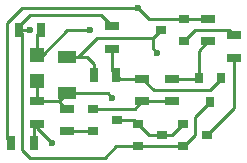
<source format=gbr>
G04 #@! TF.FileFunction,Copper,L1,Top,Signal*
%FSLAX46Y46*%
G04 Gerber Fmt 4.6, Leading zero omitted, Abs format (unit mm)*
G04 Created by KiCad (PCBNEW 4.0.7) date 12/11/17 08:47:06*
%MOMM*%
%LPD*%
G01*
G04 APERTURE LIST*
%ADD10C,0.100000*%
%ADD11R,1.300000X0.700000*%
%ADD12R,1.200000X1.200000*%
%ADD13R,0.700000X1.300000*%
%ADD14R,0.900000X0.800000*%
%ADD15R,0.800000X0.900000*%
%ADD16R,1.600000X1.000000*%
%ADD17C,0.600000*%
%ADD18C,0.250000*%
G04 APERTURE END LIST*
D10*
D11*
X123190000Y-115255000D03*
X123190000Y-117155000D03*
D12*
X123190000Y-111295000D03*
X123190000Y-113495000D03*
D13*
X121605000Y-109220000D03*
X123505000Y-109220000D03*
X122870000Y-118745000D03*
X120970000Y-118745000D03*
D11*
X129540000Y-108905000D03*
X129540000Y-110805000D03*
D13*
X129855000Y-113030000D03*
X127955000Y-113030000D03*
D11*
X132080000Y-113350000D03*
X132080000Y-115250000D03*
X134620000Y-115250000D03*
X134620000Y-113350000D03*
X137668000Y-110170000D03*
X137668000Y-108270000D03*
X125730000Y-117790000D03*
X125730000Y-115890000D03*
D14*
X127905000Y-115890000D03*
X127905000Y-117790000D03*
X129905000Y-116840000D03*
X131715000Y-117160000D03*
X131715000Y-119060000D03*
X133715000Y-118110000D03*
X135525000Y-117160000D03*
X135525000Y-119060000D03*
X137525000Y-118110000D03*
X135620000Y-110170000D03*
X135620000Y-108270000D03*
X133620000Y-109220000D03*
D15*
X138745000Y-113300000D03*
X136845000Y-113300000D03*
X137795000Y-115300000D03*
D11*
X139827000Y-111567000D03*
X139827000Y-109667000D03*
D16*
X125730000Y-111530000D03*
X125730000Y-114530000D03*
D17*
X133350000Y-111125000D03*
X129540000Y-114935000D03*
X127635000Y-109220000D03*
X122555000Y-109220000D03*
X131699000Y-107315000D03*
X124460000Y-118745000D03*
D18*
X133620000Y-109220000D02*
X132985000Y-109855000D01*
X132985000Y-109855000D02*
X132985000Y-110760000D01*
X132985000Y-110760000D02*
X133350000Y-111125000D01*
X125730000Y-111530000D02*
X126595000Y-111530000D01*
X128270000Y-109855000D02*
X132985000Y-109855000D01*
X126595000Y-111530000D02*
X128270000Y-109855000D01*
X127955000Y-113030000D02*
X127955000Y-112080000D01*
X127405000Y-111530000D02*
X125730000Y-111530000D01*
X127955000Y-112080000D02*
X127405000Y-111530000D01*
X127955000Y-113030000D02*
X127955000Y-112620000D01*
X125730000Y-114530000D02*
X129135000Y-114530000D01*
X129135000Y-114530000D02*
X129540000Y-114935000D01*
X125005000Y-115255000D02*
X125730000Y-114530000D01*
X123190000Y-115255000D02*
X125005000Y-115255000D01*
X125005000Y-115255000D02*
X125640000Y-115890000D01*
X125640000Y-115890000D02*
X125730000Y-115890000D01*
X123290000Y-113395000D02*
X123190000Y-113495000D01*
X123190000Y-115255000D02*
X123190000Y-113495000D01*
X123190000Y-111295000D02*
X123655000Y-111295000D01*
X123655000Y-111295000D02*
X125730000Y-109220000D01*
X125730000Y-109220000D02*
X127635000Y-109220000D01*
X123190000Y-111295000D02*
X123190000Y-109535000D01*
X123190000Y-109535000D02*
X123505000Y-109220000D01*
X127905000Y-117790000D02*
X125730000Y-117790000D01*
X133715000Y-118110000D02*
X134575000Y-118110000D01*
X134575000Y-118110000D02*
X135525000Y-117160000D01*
X129905000Y-116840000D02*
X131395000Y-116840000D01*
X131395000Y-116840000D02*
X131715000Y-117160000D01*
X133715000Y-118110000D02*
X132665000Y-118110000D01*
X132665000Y-118110000D02*
X131715000Y-117160000D01*
X133715000Y-118110000D02*
X133985000Y-118110000D01*
X134620000Y-115250000D02*
X132080000Y-115250000D01*
X127905000Y-115890000D02*
X131440000Y-115890000D01*
X131440000Y-115890000D02*
X132080000Y-115250000D01*
X121605000Y-109220000D02*
X122555000Y-109220000D01*
X135525000Y-119060000D02*
X135575000Y-119060000D01*
X135575000Y-119060000D02*
X136525000Y-118110000D01*
X136525000Y-116570000D02*
X137795000Y-115300000D01*
X136525000Y-118110000D02*
X136525000Y-116570000D01*
X131715000Y-119060000D02*
X135525000Y-119060000D01*
X121605000Y-109220000D02*
X121605000Y-108900000D01*
X121605000Y-108900000D02*
X122555000Y-107950000D01*
X128585000Y-107950000D02*
X129540000Y-108905000D01*
X122555000Y-107950000D02*
X128585000Y-107950000D01*
X121920000Y-109535000D02*
X121920000Y-110490000D01*
X129860000Y-119060000D02*
X128905000Y-120015000D01*
X128905000Y-120015000D02*
X122555000Y-120015000D01*
X122555000Y-120015000D02*
X121920000Y-119380000D01*
X121920000Y-119380000D02*
X121920000Y-110490000D01*
X129860000Y-119060000D02*
X131715000Y-119060000D01*
X121920000Y-109535000D02*
X121605000Y-109220000D01*
X131715000Y-119060000D02*
X131715000Y-119110000D01*
X139827000Y-111567000D02*
X139827000Y-115808000D01*
X139827000Y-115808000D02*
X137525000Y-118110000D01*
X135620000Y-108270000D02*
X137668000Y-108270000D01*
X129413000Y-107315000D02*
X131699000Y-107315000D01*
X135874000Y-108016000D02*
X135620000Y-108270000D01*
X135620000Y-108270000D02*
X132654000Y-108270000D01*
X120650000Y-108585000D02*
X120650000Y-118425000D01*
X121920000Y-107315000D02*
X120650000Y-108585000D01*
X131699000Y-107315000D02*
X129413000Y-107315000D01*
X129413000Y-107315000D02*
X121920000Y-107315000D01*
X132654000Y-108270000D02*
X131699000Y-107315000D01*
X120650000Y-118425000D02*
X120970000Y-118745000D01*
X136845000Y-113300000D02*
X136845000Y-110993000D01*
X136845000Y-110993000D02*
X137668000Y-110170000D01*
X136845000Y-113300000D02*
X137017000Y-113300000D01*
X134620000Y-113350000D02*
X136795000Y-113350000D01*
X136795000Y-113350000D02*
X136845000Y-113300000D01*
X129540000Y-110805000D02*
X129540000Y-112715000D01*
X129540000Y-112715000D02*
X129855000Y-113030000D01*
X138745000Y-113300000D02*
X138745000Y-113350000D01*
X138745000Y-113350000D02*
X137795000Y-114300000D01*
X137795000Y-114300000D02*
X133030000Y-114300000D01*
X133030000Y-114300000D02*
X132080000Y-113350000D01*
X132080000Y-113350000D02*
X130175000Y-113350000D01*
X130175000Y-113350000D02*
X129855000Y-113030000D01*
X135620000Y-110170000D02*
X135620000Y-110125000D01*
X135620000Y-110125000D02*
X136525000Y-109220000D01*
X136525000Y-109220000D02*
X139380000Y-109220000D01*
X139380000Y-109220000D02*
X139827000Y-109667000D01*
X139827000Y-109667000D02*
X139512000Y-109667000D01*
X123190000Y-117155000D02*
X123190000Y-117475000D01*
X123190000Y-117475000D02*
X124460000Y-118745000D01*
X122870000Y-118745000D02*
X122870000Y-117475000D01*
X122870000Y-117475000D02*
X123190000Y-117155000D01*
M02*

</source>
